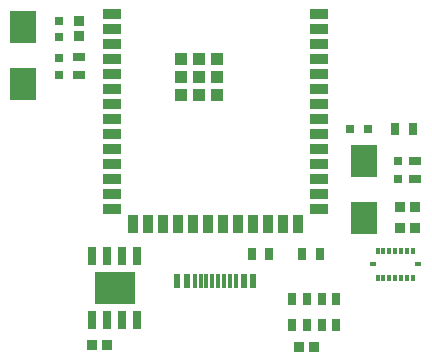
<source format=gtp>
G04*
G04 #@! TF.GenerationSoftware,Altium Limited,Altium Designer,24.1.2 (44)*
G04*
G04 Layer_Color=8421504*
%FSLAX25Y25*%
%MOIN*%
G70*
G04*
G04 #@! TF.SameCoordinates,BB4A674F-8819-4941-915F-785A2CCA7B01*
G04*
G04*
G04 #@! TF.FilePolarity,Positive*
G04*
G01*
G75*
%ADD16R,0.03543X0.05906*%
%ADD17R,0.05906X0.03543*%
%ADD18R,0.03937X0.03937*%
%ADD19R,0.08661X0.11024*%
%ADD20R,0.02362X0.04528*%
%ADD21R,0.01181X0.04528*%
%ADD22R,0.03937X0.03150*%
%ADD23R,0.03150X0.03150*%
%ADD24R,0.13386X0.10669*%
%ADD25R,0.02559X0.06004*%
%ADD26R,0.03740X0.03740*%
%ADD27R,0.03740X0.03740*%
G04:AMPARAMS|DCode=28|XSize=29.92mil|YSize=26mil|CornerRadius=3.25mil|HoleSize=0mil|Usage=FLASHONLY|Rotation=180.000|XOffset=0mil|YOffset=0mil|HoleType=Round|Shape=RoundedRectangle|*
%AMROUNDEDRECTD28*
21,1,0.02992,0.01950,0,0,180.0*
21,1,0.02342,0.02600,0,0,180.0*
1,1,0.00650,-0.01171,0.00975*
1,1,0.00650,0.01171,0.00975*
1,1,0.00650,0.01171,-0.00975*
1,1,0.00650,-0.01171,-0.00975*
%
%ADD28ROUNDEDRECTD28*%
%ADD29R,0.03150X0.03937*%
%ADD30R,0.03150X0.03150*%
G04:AMPARAMS|DCode=31|XSize=13.78mil|YSize=22.84mil|CornerRadius=3.45mil|HoleSize=0mil|Usage=FLASHONLY|Rotation=180.000|XOffset=0mil|YOffset=0mil|HoleType=Round|Shape=RoundedRectangle|*
%AMROUNDEDRECTD31*
21,1,0.01378,0.01595,0,0,180.0*
21,1,0.00689,0.02284,0,0,180.0*
1,1,0.00689,-0.00345,0.00797*
1,1,0.00689,0.00345,0.00797*
1,1,0.00689,0.00345,-0.00797*
1,1,0.00689,-0.00345,-0.00797*
%
%ADD31ROUNDEDRECTD31*%
G04:AMPARAMS|DCode=32|XSize=13.78mil|YSize=22.84mil|CornerRadius=3.45mil|HoleSize=0mil|Usage=FLASHONLY|Rotation=270.000|XOffset=0mil|YOffset=0mil|HoleType=Round|Shape=RoundedRectangle|*
%AMROUNDEDRECTD32*
21,1,0.01378,0.01595,0,0,270.0*
21,1,0.00689,0.02284,0,0,270.0*
1,1,0.00689,-0.00797,-0.00345*
1,1,0.00689,-0.00797,0.00345*
1,1,0.00689,0.00797,0.00345*
1,1,0.00689,0.00797,-0.00345*
%
%ADD32ROUNDEDRECTD32*%
G04:AMPARAMS|DCode=33|XSize=23.62mil|YSize=43.31mil|CornerRadius=2.36mil|HoleSize=0mil|Usage=FLASHONLY|Rotation=180.000|XOffset=0mil|YOffset=0mil|HoleType=Round|Shape=RoundedRectangle|*
%AMROUNDEDRECTD33*
21,1,0.02362,0.03858,0,0,180.0*
21,1,0.01890,0.04331,0,0,180.0*
1,1,0.00472,-0.00945,0.01929*
1,1,0.00472,0.00945,0.01929*
1,1,0.00472,0.00945,-0.01929*
1,1,0.00472,-0.00945,-0.01929*
%
%ADD33ROUNDEDRECTD33*%
D16*
X101500Y49000D02*
D03*
X96500D02*
D03*
X91500D02*
D03*
X86500D02*
D03*
X81500D02*
D03*
X76500D02*
D03*
X71500D02*
D03*
X66500D02*
D03*
X61500D02*
D03*
X56500D02*
D03*
X51500D02*
D03*
X46500D02*
D03*
D17*
X108449Y118921D02*
D03*
Y113921D02*
D03*
Y108921D02*
D03*
Y103921D02*
D03*
Y98921D02*
D03*
Y93921D02*
D03*
Y88921D02*
D03*
Y83921D02*
D03*
Y78921D02*
D03*
Y73921D02*
D03*
Y68921D02*
D03*
Y63921D02*
D03*
Y58921D02*
D03*
Y53921D02*
D03*
X39551D02*
D03*
Y58921D02*
D03*
Y63921D02*
D03*
Y68921D02*
D03*
Y73921D02*
D03*
Y78921D02*
D03*
Y83921D02*
D03*
Y88921D02*
D03*
Y93921D02*
D03*
Y98921D02*
D03*
Y103921D02*
D03*
Y108921D02*
D03*
Y113921D02*
D03*
Y118921D02*
D03*
D18*
X74551Y103764D02*
D03*
X68646D02*
D03*
X62740D02*
D03*
X74551Y91953D02*
D03*
X68646D02*
D03*
X62740D02*
D03*
X74551Y97858D02*
D03*
X62740D02*
D03*
X68646D02*
D03*
D19*
X123500Y69949D02*
D03*
Y51051D02*
D03*
X10000Y95551D02*
D03*
Y114449D02*
D03*
D20*
X61402Y30039D02*
D03*
X86598D02*
D03*
X64551D02*
D03*
X83449D02*
D03*
D21*
X74984D02*
D03*
X73016D02*
D03*
X76953D02*
D03*
X78921D02*
D03*
X80890D02*
D03*
X71047D02*
D03*
X69079D02*
D03*
X67110D02*
D03*
D22*
X140500Y64047D02*
D03*
Y69953D02*
D03*
X28500Y98547D02*
D03*
Y104453D02*
D03*
D23*
X135000Y64047D02*
D03*
Y69953D02*
D03*
D24*
X40500Y27500D02*
D03*
D25*
X33000Y38177D02*
D03*
X38000D02*
D03*
X43000D02*
D03*
X48000D02*
D03*
Y16823D02*
D03*
X43000D02*
D03*
X38000D02*
D03*
X33000D02*
D03*
D26*
X33039Y8500D02*
D03*
X37961D02*
D03*
X135539Y47500D02*
D03*
X140461D02*
D03*
X102039Y8000D02*
D03*
X106961D02*
D03*
X135539Y54500D02*
D03*
X140461D02*
D03*
D27*
X28500Y116461D02*
D03*
Y111539D02*
D03*
D28*
X22000Y111244D02*
D03*
Y116756D02*
D03*
Y98744D02*
D03*
Y104256D02*
D03*
D29*
X134047Y80500D02*
D03*
X139953D02*
D03*
X92000Y39000D02*
D03*
X86094D02*
D03*
X103047D02*
D03*
X108953D02*
D03*
D30*
X119047Y80500D02*
D03*
X124953D02*
D03*
D31*
X139906Y30933D02*
D03*
X137937D02*
D03*
X135968D02*
D03*
X134000D02*
D03*
X132032D02*
D03*
X130063D02*
D03*
X128094D02*
D03*
Y40067D02*
D03*
X130063D02*
D03*
X132032D02*
D03*
X134000D02*
D03*
X135968D02*
D03*
X137937D02*
D03*
X139906D02*
D03*
D32*
X126480Y35500D02*
D03*
X141520D02*
D03*
D33*
X99618Y23831D02*
D03*
X104539D02*
D03*
X109461D02*
D03*
X114382D02*
D03*
Y15169D02*
D03*
X109461D02*
D03*
X104539D02*
D03*
X99618D02*
D03*
M02*

</source>
